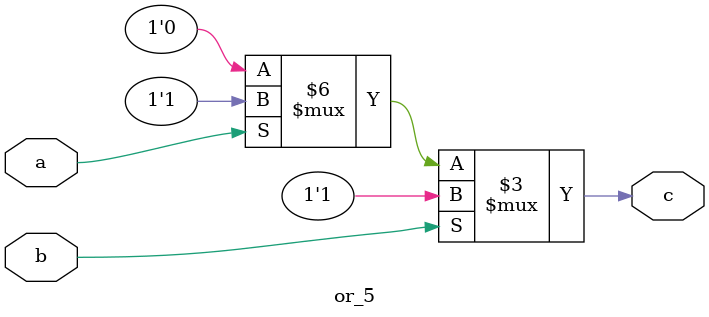
<source format=v>

module mux_struct(
    a,
    x,
    y,
    o
    );

input a;
input x;
input y;
output o;

assign o = (~a & x) | (a & y);

endmodule


module mux_beh(
    a,
    x,
    y,
    o
    );

input a;
input x;
input y;
output reg o;

always @(a, x, y) begin 
    if (a) begin
        o = y;
    end else begin
        o = x;
    end
end

endmodule

//
// Notice the sensitivity list in the above module. 
// In combinational designs, the sensitivity list will *always* contain *all* the variables that 
// are used as inputs (i.e. the ones that are not assigned any value) inside of the `always` body.
// The sensitivity list impacts the behavior that is described by the `always` construct. Improperly setting
// the sensitivity list therefore generally causes unwanted and erreneous logic to be deduced.      
//
//
// To generate combinational logic, the following *must* also be true:
// 
//  "ALL VARIABLES SET WITHIN AN ALWAYS BLOCK MUST BE SET IN ALL POSSIBLE EXECUTION PATHS"  
//
// In the above example, this property is satisfied because `o` is set to some value no matter what 
// the actual values of `a`, `x`, and `y` are. 
// 
//
// The following example does not satisfy the property and thus corresponds to a non-combinational circuit!
// 

module bad_example(
    a,
    b,
    c
    );

input a;
input b;
output reg c;

always @(a, b) begin
    if (a & b) begin
        c = 1'b1;       // `c` is only set if `(a & b)` is 1.
    end
end

endmodule

//
// The following examples are all valid implementations of a 2-input OR gate.
//

module or_1(
    a,
    b,
    c
    );

input a;
input b;
output c;

assign c = a | b;

endmodule

//

module or_2(
    a,
    b,
    c
    );

input a;
input b;
output reg c;

always @(a, b) begin
    if (a) begin
        c = 1'b1;
    end else begin
        if (b) begin
            c = 1'b1;
        end else begin
            c = 1'b0;
        end
    end
end

endmodule

//

module or_3(
    a,
    b,
    c
    );

input a;
input b;
output reg c;

always @(a, b) begin
    if (a) begin
        c = 1'b1;
    end else begin
        c = b;
    end
end

endmodule

//

module or_4(
    a,
    b,
    c
    );

input a;
input b;
output reg c;

always @(a, b) begin
    if ({a, b} == 2'b00) begin
        c = 1'b0;
    end else begin
        c = 1'b1;
    end
end

endmodule

//

module or_5(
    a,
    b,
    c
    );

input a;
input b;
output reg c;

always @(a, b) begin
    c = 1'b0;
    if (a) begin
        c = 1'b1;
    end
    if (b) begin
        c = 1'b1;
    end
end

endmodule


</source>
